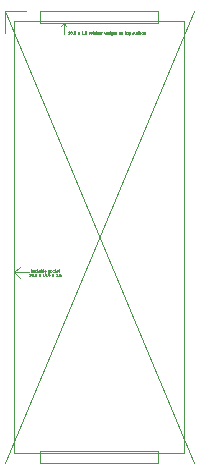
<source format=gbr>
G04 #@! TF.GenerationSoftware,KiCad,Pcbnew,5.1.4-e60b266~84~ubuntu19.04.1*
G04 #@! TF.CreationDate,2019-11-08T15:23:49-05:00*
G04 #@! TF.ProjectId,pcb2molex8878_chamfer,70636232-6d6f-46c6-9578-383837385f63,rev?*
G04 #@! TF.SameCoordinates,Original*
G04 #@! TF.FileFunction,Drawing*
%FSLAX46Y46*%
G04 Gerber Fmt 4.6, Leading zero omitted, Abs format (unit mm)*
G04 Created by KiCad (PCBNEW 5.1.4-e60b266~84~ubuntu19.04.1) date 2019-11-08 15:23:49*
%MOMM*%
%LPD*%
G04 APERTURE LIST*
%ADD10C,0.010000*%
G04 APERTURE END LIST*
D10*
X144218400Y-81087000D02*
X144418400Y-81287000D01*
X144018400Y-81287000D02*
X144218400Y-81087000D01*
X144218400Y-81087000D02*
X144018400Y-81287000D01*
X144218400Y-81087000D02*
X144218400Y-81987000D01*
X152218400Y-118287000D02*
X142218400Y-118287000D01*
X152218400Y-117287000D02*
X152218400Y-118287000D01*
X142218400Y-117287000D02*
X152218400Y-117287000D01*
X142218400Y-118287000D02*
X142218400Y-117287000D01*
X152218400Y-80087000D02*
X142218400Y-80087000D01*
X152218400Y-81087000D02*
X152218400Y-80087000D01*
X142218400Y-81087000D02*
X152218400Y-81087000D01*
X142218400Y-80087000D02*
X142218400Y-81087000D01*
X154418400Y-117487000D02*
X140018400Y-117487000D01*
X154418400Y-80887000D02*
X154418400Y-117487000D01*
X140018400Y-80887000D02*
X154418400Y-80887000D01*
X140018400Y-117487000D02*
X140018400Y-80887000D01*
X140018400Y-102187000D02*
X141268400Y-102187000D01*
X140018400Y-102187000D02*
X140518400Y-102687000D01*
X140018400Y-102187000D02*
X140518400Y-101687000D01*
X139218400Y-80087000D02*
X141018400Y-80087000D01*
X139218400Y-80087000D02*
X139218400Y-81887000D01*
X139218400Y-80087000D02*
X155218400Y-118287000D01*
X139218400Y-118287000D02*
X155218400Y-80087000D01*
X144694590Y-81977476D02*
X144580304Y-81977476D01*
X144637447Y-81977476D02*
X144637447Y-81777476D01*
X144618400Y-81806047D01*
X144599352Y-81825095D01*
X144580304Y-81834619D01*
X144818400Y-81777476D02*
X144837447Y-81777476D01*
X144856495Y-81787000D01*
X144866019Y-81796523D01*
X144875542Y-81815571D01*
X144885066Y-81853666D01*
X144885066Y-81901285D01*
X144875542Y-81939380D01*
X144866019Y-81958428D01*
X144856495Y-81967952D01*
X144837447Y-81977476D01*
X144818400Y-81977476D01*
X144799352Y-81967952D01*
X144789828Y-81958428D01*
X144780304Y-81939380D01*
X144770780Y-81901285D01*
X144770780Y-81853666D01*
X144780304Y-81815571D01*
X144789828Y-81796523D01*
X144799352Y-81787000D01*
X144818400Y-81777476D01*
X144970780Y-81958428D02*
X144980304Y-81967952D01*
X144970780Y-81977476D01*
X144961257Y-81967952D01*
X144970780Y-81958428D01*
X144970780Y-81977476D01*
X145104114Y-81777476D02*
X145123161Y-81777476D01*
X145142209Y-81787000D01*
X145151733Y-81796523D01*
X145161257Y-81815571D01*
X145170780Y-81853666D01*
X145170780Y-81901285D01*
X145161257Y-81939380D01*
X145151733Y-81958428D01*
X145142209Y-81967952D01*
X145123161Y-81977476D01*
X145104114Y-81977476D01*
X145085066Y-81967952D01*
X145075542Y-81958428D01*
X145066019Y-81939380D01*
X145056495Y-81901285D01*
X145056495Y-81853666D01*
X145066019Y-81815571D01*
X145075542Y-81796523D01*
X145085066Y-81787000D01*
X145104114Y-81777476D01*
X145389828Y-81977476D02*
X145494590Y-81844142D01*
X145389828Y-81844142D02*
X145494590Y-81977476D01*
X145827923Y-81977476D02*
X145713638Y-81977476D01*
X145770780Y-81977476D02*
X145770780Y-81777476D01*
X145751733Y-81806047D01*
X145732685Y-81825095D01*
X145713638Y-81834619D01*
X145913638Y-81958428D02*
X145923161Y-81967952D01*
X145913638Y-81977476D01*
X145904114Y-81967952D01*
X145913638Y-81958428D01*
X145913638Y-81977476D01*
X146046971Y-81777476D02*
X146066019Y-81777476D01*
X146085066Y-81787000D01*
X146094590Y-81796523D01*
X146104114Y-81815571D01*
X146113638Y-81853666D01*
X146113638Y-81901285D01*
X146104114Y-81939380D01*
X146094590Y-81958428D01*
X146085066Y-81967952D01*
X146066019Y-81977476D01*
X146046971Y-81977476D01*
X146027923Y-81967952D01*
X146018400Y-81958428D01*
X146008876Y-81939380D01*
X145999352Y-81901285D01*
X145999352Y-81853666D01*
X146008876Y-81815571D01*
X146018400Y-81796523D01*
X146027923Y-81787000D01*
X146046971Y-81777476D01*
X146351733Y-81977476D02*
X146351733Y-81844142D01*
X146351733Y-81882238D02*
X146361257Y-81863190D01*
X146370780Y-81853666D01*
X146389828Y-81844142D01*
X146408876Y-81844142D01*
X146551733Y-81967952D02*
X146532685Y-81977476D01*
X146494590Y-81977476D01*
X146475542Y-81967952D01*
X146466019Y-81948904D01*
X146466019Y-81872714D01*
X146475542Y-81853666D01*
X146494590Y-81844142D01*
X146532685Y-81844142D01*
X146551733Y-81853666D01*
X146561257Y-81872714D01*
X146561257Y-81891761D01*
X146466019Y-81910809D01*
X146618400Y-81844142D02*
X146694590Y-81844142D01*
X146646971Y-81777476D02*
X146646971Y-81948904D01*
X146656495Y-81967952D01*
X146675542Y-81977476D01*
X146694590Y-81977476D01*
X146846971Y-81977476D02*
X146846971Y-81872714D01*
X146837447Y-81853666D01*
X146818400Y-81844142D01*
X146780304Y-81844142D01*
X146761257Y-81853666D01*
X146846971Y-81967952D02*
X146827923Y-81977476D01*
X146780304Y-81977476D01*
X146761257Y-81967952D01*
X146751733Y-81948904D01*
X146751733Y-81929857D01*
X146761257Y-81910809D01*
X146780304Y-81901285D01*
X146827923Y-81901285D01*
X146846971Y-81891761D01*
X146942209Y-81977476D02*
X146942209Y-81844142D01*
X146942209Y-81777476D02*
X146932685Y-81787000D01*
X146942209Y-81796523D01*
X146951733Y-81787000D01*
X146942209Y-81777476D01*
X146942209Y-81796523D01*
X147037447Y-81844142D02*
X147037447Y-81977476D01*
X147037447Y-81863190D02*
X147046971Y-81853666D01*
X147066019Y-81844142D01*
X147094590Y-81844142D01*
X147113638Y-81853666D01*
X147123161Y-81872714D01*
X147123161Y-81977476D01*
X147294590Y-81967952D02*
X147275542Y-81977476D01*
X147237447Y-81977476D01*
X147218400Y-81967952D01*
X147208876Y-81948904D01*
X147208876Y-81872714D01*
X147218400Y-81853666D01*
X147237447Y-81844142D01*
X147275542Y-81844142D01*
X147294590Y-81853666D01*
X147304114Y-81872714D01*
X147304114Y-81891761D01*
X147208876Y-81910809D01*
X147389828Y-81977476D02*
X147389828Y-81844142D01*
X147389828Y-81882238D02*
X147399352Y-81863190D01*
X147408876Y-81853666D01*
X147427923Y-81844142D01*
X147446971Y-81844142D01*
X147646971Y-81844142D02*
X147685066Y-81977476D01*
X147723161Y-81882238D01*
X147761257Y-81977476D01*
X147799352Y-81844142D01*
X147951733Y-81967952D02*
X147932685Y-81977476D01*
X147894590Y-81977476D01*
X147875542Y-81967952D01*
X147866019Y-81948904D01*
X147866019Y-81872714D01*
X147875542Y-81853666D01*
X147894590Y-81844142D01*
X147932685Y-81844142D01*
X147951733Y-81853666D01*
X147961257Y-81872714D01*
X147961257Y-81891761D01*
X147866019Y-81910809D01*
X148132685Y-81977476D02*
X148132685Y-81777476D01*
X148132685Y-81967952D02*
X148113638Y-81977476D01*
X148075542Y-81977476D01*
X148056495Y-81967952D01*
X148046971Y-81958428D01*
X148037447Y-81939380D01*
X148037447Y-81882238D01*
X148046971Y-81863190D01*
X148056495Y-81853666D01*
X148075542Y-81844142D01*
X148113638Y-81844142D01*
X148132685Y-81853666D01*
X148313638Y-81844142D02*
X148313638Y-82006047D01*
X148304114Y-82025095D01*
X148294590Y-82034619D01*
X148275542Y-82044142D01*
X148246971Y-82044142D01*
X148227923Y-82034619D01*
X148313638Y-81967952D02*
X148294590Y-81977476D01*
X148256495Y-81977476D01*
X148237447Y-81967952D01*
X148227923Y-81958428D01*
X148218400Y-81939380D01*
X148218400Y-81882238D01*
X148227923Y-81863190D01*
X148237447Y-81853666D01*
X148256495Y-81844142D01*
X148294590Y-81844142D01*
X148313638Y-81853666D01*
X148485066Y-81967952D02*
X148466019Y-81977476D01*
X148427923Y-81977476D01*
X148408876Y-81967952D01*
X148399352Y-81948904D01*
X148399352Y-81872714D01*
X148408876Y-81853666D01*
X148427923Y-81844142D01*
X148466019Y-81844142D01*
X148485066Y-81853666D01*
X148494590Y-81872714D01*
X148494590Y-81891761D01*
X148399352Y-81910809D01*
X148570780Y-81967952D02*
X148589828Y-81977476D01*
X148627923Y-81977476D01*
X148646971Y-81967952D01*
X148656495Y-81948904D01*
X148656495Y-81939380D01*
X148646971Y-81920333D01*
X148627923Y-81910809D01*
X148599352Y-81910809D01*
X148580304Y-81901285D01*
X148570780Y-81882238D01*
X148570780Y-81872714D01*
X148580304Y-81853666D01*
X148599352Y-81844142D01*
X148627923Y-81844142D01*
X148646971Y-81853666D01*
X148923161Y-81977476D02*
X148904114Y-81967952D01*
X148894590Y-81958428D01*
X148885066Y-81939380D01*
X148885066Y-81882238D01*
X148894590Y-81863190D01*
X148904114Y-81853666D01*
X148923161Y-81844142D01*
X148951733Y-81844142D01*
X148970780Y-81853666D01*
X148980304Y-81863190D01*
X148989828Y-81882238D01*
X148989828Y-81939380D01*
X148980304Y-81958428D01*
X148970780Y-81967952D01*
X148951733Y-81977476D01*
X148923161Y-81977476D01*
X149075542Y-81844142D02*
X149075542Y-81977476D01*
X149075542Y-81863190D02*
X149085066Y-81853666D01*
X149104114Y-81844142D01*
X149132685Y-81844142D01*
X149151733Y-81853666D01*
X149161257Y-81872714D01*
X149161257Y-81977476D01*
X149380304Y-81844142D02*
X149456495Y-81844142D01*
X149408876Y-81777476D02*
X149408876Y-81948904D01*
X149418400Y-81967952D01*
X149437447Y-81977476D01*
X149456495Y-81977476D01*
X149551733Y-81977476D02*
X149532685Y-81967952D01*
X149523161Y-81958428D01*
X149513638Y-81939380D01*
X149513638Y-81882238D01*
X149523161Y-81863190D01*
X149532685Y-81853666D01*
X149551733Y-81844142D01*
X149580304Y-81844142D01*
X149599352Y-81853666D01*
X149608876Y-81863190D01*
X149618400Y-81882238D01*
X149618400Y-81939380D01*
X149608876Y-81958428D01*
X149599352Y-81967952D01*
X149580304Y-81977476D01*
X149551733Y-81977476D01*
X149704114Y-81844142D02*
X149704114Y-82044142D01*
X149704114Y-81853666D02*
X149723161Y-81844142D01*
X149761257Y-81844142D01*
X149780304Y-81853666D01*
X149789828Y-81863190D01*
X149799352Y-81882238D01*
X149799352Y-81939380D01*
X149789828Y-81958428D01*
X149780304Y-81967952D01*
X149761257Y-81977476D01*
X149723161Y-81977476D01*
X149704114Y-81967952D01*
X150027923Y-81967952D02*
X150046971Y-81977476D01*
X150085066Y-81977476D01*
X150104114Y-81967952D01*
X150113638Y-81948904D01*
X150113638Y-81939380D01*
X150104114Y-81920333D01*
X150085066Y-81910809D01*
X150056495Y-81910809D01*
X150037447Y-81901285D01*
X150027923Y-81882238D01*
X150027923Y-81872714D01*
X150037447Y-81853666D01*
X150056495Y-81844142D01*
X150085066Y-81844142D01*
X150104114Y-81853666D01*
X150285066Y-81844142D02*
X150285066Y-81977476D01*
X150199352Y-81844142D02*
X150199352Y-81948904D01*
X150208876Y-81967952D01*
X150227923Y-81977476D01*
X150256495Y-81977476D01*
X150275542Y-81967952D01*
X150285066Y-81958428D01*
X150380304Y-81977476D02*
X150380304Y-81844142D01*
X150380304Y-81882238D02*
X150389828Y-81863190D01*
X150399352Y-81853666D01*
X150418400Y-81844142D01*
X150437447Y-81844142D01*
X150475542Y-81844142D02*
X150551733Y-81844142D01*
X150504114Y-81977476D02*
X150504114Y-81806047D01*
X150513638Y-81787000D01*
X150532685Y-81777476D01*
X150551733Y-81777476D01*
X150704114Y-81977476D02*
X150704114Y-81872714D01*
X150694590Y-81853666D01*
X150675542Y-81844142D01*
X150637447Y-81844142D01*
X150618400Y-81853666D01*
X150704114Y-81967952D02*
X150685066Y-81977476D01*
X150637447Y-81977476D01*
X150618400Y-81967952D01*
X150608876Y-81948904D01*
X150608876Y-81929857D01*
X150618400Y-81910809D01*
X150637447Y-81901285D01*
X150685066Y-81901285D01*
X150704114Y-81891761D01*
X150885066Y-81967952D02*
X150866019Y-81977476D01*
X150827923Y-81977476D01*
X150808876Y-81967952D01*
X150799352Y-81958428D01*
X150789828Y-81939380D01*
X150789828Y-81882238D01*
X150799352Y-81863190D01*
X150808876Y-81853666D01*
X150827923Y-81844142D01*
X150866019Y-81844142D01*
X150885066Y-81853666D01*
X151046971Y-81967952D02*
X151027923Y-81977476D01*
X150989828Y-81977476D01*
X150970780Y-81967952D01*
X150961257Y-81948904D01*
X150961257Y-81872714D01*
X150970780Y-81853666D01*
X150989828Y-81844142D01*
X151027923Y-81844142D01*
X151046971Y-81853666D01*
X151056495Y-81872714D01*
X151056495Y-81891761D01*
X150961257Y-81910809D01*
X141446971Y-102127476D02*
X141446971Y-101927476D01*
X141446971Y-102003666D02*
X141466019Y-101994142D01*
X141504114Y-101994142D01*
X141523161Y-102003666D01*
X141532685Y-102013190D01*
X141542209Y-102032238D01*
X141542209Y-102089380D01*
X141532685Y-102108428D01*
X141523161Y-102117952D01*
X141504114Y-102127476D01*
X141466019Y-102127476D01*
X141446971Y-102117952D01*
X141713638Y-102127476D02*
X141713638Y-102022714D01*
X141704114Y-102003666D01*
X141685066Y-101994142D01*
X141646971Y-101994142D01*
X141627923Y-102003666D01*
X141713638Y-102117952D02*
X141694590Y-102127476D01*
X141646971Y-102127476D01*
X141627923Y-102117952D01*
X141618400Y-102098904D01*
X141618400Y-102079857D01*
X141627923Y-102060809D01*
X141646971Y-102051285D01*
X141694590Y-102051285D01*
X141713638Y-102041761D01*
X141894590Y-102117952D02*
X141875542Y-102127476D01*
X141837447Y-102127476D01*
X141818400Y-102117952D01*
X141808876Y-102108428D01*
X141799352Y-102089380D01*
X141799352Y-102032238D01*
X141808876Y-102013190D01*
X141818400Y-102003666D01*
X141837447Y-101994142D01*
X141875542Y-101994142D01*
X141894590Y-102003666D01*
X141980304Y-102127476D02*
X141980304Y-101927476D01*
X141999352Y-102051285D02*
X142056495Y-102127476D01*
X142056495Y-101994142D02*
X141980304Y-102070333D01*
X142132685Y-102117952D02*
X142151733Y-102127476D01*
X142189828Y-102127476D01*
X142208876Y-102117952D01*
X142218400Y-102098904D01*
X142218400Y-102089380D01*
X142208876Y-102070333D01*
X142189828Y-102060809D01*
X142161257Y-102060809D01*
X142142209Y-102051285D01*
X142132685Y-102032238D01*
X142132685Y-102022714D01*
X142142209Y-102003666D01*
X142161257Y-101994142D01*
X142189828Y-101994142D01*
X142208876Y-102003666D01*
X142304114Y-102127476D02*
X142304114Y-101994142D01*
X142304114Y-101927476D02*
X142294590Y-101937000D01*
X142304114Y-101946523D01*
X142313638Y-101937000D01*
X142304114Y-101927476D01*
X142304114Y-101946523D01*
X142485066Y-102127476D02*
X142485066Y-101927476D01*
X142485066Y-102117952D02*
X142466019Y-102127476D01*
X142427923Y-102127476D01*
X142408876Y-102117952D01*
X142399352Y-102108428D01*
X142389828Y-102089380D01*
X142389828Y-102032238D01*
X142399352Y-102013190D01*
X142408876Y-102003666D01*
X142427923Y-101994142D01*
X142466019Y-101994142D01*
X142485066Y-102003666D01*
X142656495Y-102117952D02*
X142637447Y-102127476D01*
X142599352Y-102127476D01*
X142580304Y-102117952D01*
X142570780Y-102098904D01*
X142570780Y-102022714D01*
X142580304Y-102003666D01*
X142599352Y-101994142D01*
X142637447Y-101994142D01*
X142656495Y-102003666D01*
X142666019Y-102022714D01*
X142666019Y-102041761D01*
X142570780Y-102060809D01*
X142904114Y-101994142D02*
X142904114Y-102194142D01*
X142904114Y-102003666D02*
X142923161Y-101994142D01*
X142961257Y-101994142D01*
X142980304Y-102003666D01*
X142989828Y-102013190D01*
X142999352Y-102032238D01*
X142999352Y-102089380D01*
X142989828Y-102108428D01*
X142980304Y-102117952D01*
X142961257Y-102127476D01*
X142923161Y-102127476D01*
X142904114Y-102117952D01*
X143113638Y-102127476D02*
X143094590Y-102117952D01*
X143085066Y-102108428D01*
X143075542Y-102089380D01*
X143075542Y-102032238D01*
X143085066Y-102013190D01*
X143094590Y-102003666D01*
X143113638Y-101994142D01*
X143142209Y-101994142D01*
X143161257Y-102003666D01*
X143170780Y-102013190D01*
X143180304Y-102032238D01*
X143180304Y-102089380D01*
X143170780Y-102108428D01*
X143161257Y-102117952D01*
X143142209Y-102127476D01*
X143113638Y-102127476D01*
X143351733Y-102117952D02*
X143332685Y-102127476D01*
X143294590Y-102127476D01*
X143275542Y-102117952D01*
X143266019Y-102108428D01*
X143256495Y-102089380D01*
X143256495Y-102032238D01*
X143266019Y-102013190D01*
X143275542Y-102003666D01*
X143294590Y-101994142D01*
X143332685Y-101994142D01*
X143351733Y-102003666D01*
X143437447Y-102127476D02*
X143437447Y-101927476D01*
X143456495Y-102051285D02*
X143513638Y-102127476D01*
X143513638Y-101994142D02*
X143437447Y-102070333D01*
X143675542Y-102117952D02*
X143656495Y-102127476D01*
X143618400Y-102127476D01*
X143599352Y-102117952D01*
X143589828Y-102098904D01*
X143589828Y-102022714D01*
X143599352Y-102003666D01*
X143618400Y-101994142D01*
X143656495Y-101994142D01*
X143675542Y-102003666D01*
X143685066Y-102022714D01*
X143685066Y-102041761D01*
X143589828Y-102060809D01*
X143742209Y-101994142D02*
X143818400Y-101994142D01*
X143770780Y-101927476D02*
X143770780Y-102098904D01*
X143780304Y-102117952D01*
X143799352Y-102127476D01*
X143818400Y-102127476D01*
X141275542Y-102277476D02*
X141399352Y-102277476D01*
X141332685Y-102353666D01*
X141361257Y-102353666D01*
X141380304Y-102363190D01*
X141389828Y-102372714D01*
X141399352Y-102391761D01*
X141399352Y-102439380D01*
X141389828Y-102458428D01*
X141380304Y-102467952D01*
X141361257Y-102477476D01*
X141304114Y-102477476D01*
X141285066Y-102467952D01*
X141275542Y-102458428D01*
X141570780Y-102277476D02*
X141532685Y-102277476D01*
X141513638Y-102287000D01*
X141504114Y-102296523D01*
X141485066Y-102325095D01*
X141475542Y-102363190D01*
X141475542Y-102439380D01*
X141485066Y-102458428D01*
X141494590Y-102467952D01*
X141513638Y-102477476D01*
X141551733Y-102477476D01*
X141570780Y-102467952D01*
X141580304Y-102458428D01*
X141589828Y-102439380D01*
X141589828Y-102391761D01*
X141580304Y-102372714D01*
X141570780Y-102363190D01*
X141551733Y-102353666D01*
X141513638Y-102353666D01*
X141494590Y-102363190D01*
X141485066Y-102372714D01*
X141475542Y-102391761D01*
X141675542Y-102458428D02*
X141685066Y-102467952D01*
X141675542Y-102477476D01*
X141666019Y-102467952D01*
X141675542Y-102458428D01*
X141675542Y-102477476D01*
X141856495Y-102277476D02*
X141818400Y-102277476D01*
X141799352Y-102287000D01*
X141789828Y-102296523D01*
X141770780Y-102325095D01*
X141761257Y-102363190D01*
X141761257Y-102439380D01*
X141770780Y-102458428D01*
X141780304Y-102467952D01*
X141799352Y-102477476D01*
X141837447Y-102477476D01*
X141856495Y-102467952D01*
X141866019Y-102458428D01*
X141875542Y-102439380D01*
X141875542Y-102391761D01*
X141866019Y-102372714D01*
X141856495Y-102363190D01*
X141837447Y-102353666D01*
X141799352Y-102353666D01*
X141780304Y-102363190D01*
X141770780Y-102372714D01*
X141761257Y-102391761D01*
X142094590Y-102477476D02*
X142199352Y-102344142D01*
X142094590Y-102344142D02*
X142199352Y-102477476D01*
X142532685Y-102477476D02*
X142418400Y-102477476D01*
X142475542Y-102477476D02*
X142475542Y-102277476D01*
X142456495Y-102306047D01*
X142437447Y-102325095D01*
X142418400Y-102334619D01*
X142704114Y-102344142D02*
X142704114Y-102477476D01*
X142656495Y-102267952D02*
X142608876Y-102410809D01*
X142732685Y-102410809D01*
X142808876Y-102458428D02*
X142818400Y-102467952D01*
X142808876Y-102477476D01*
X142799352Y-102467952D01*
X142808876Y-102458428D01*
X142808876Y-102477476D01*
X142989828Y-102344142D02*
X142989828Y-102477476D01*
X142942209Y-102267952D02*
X142894590Y-102410809D01*
X143018400Y-102410809D01*
X143227923Y-102477476D02*
X143332685Y-102344142D01*
X143227923Y-102344142D02*
X143332685Y-102477476D01*
X143666019Y-102477476D02*
X143551733Y-102477476D01*
X143608876Y-102477476D02*
X143608876Y-102277476D01*
X143589828Y-102306047D01*
X143570780Y-102325095D01*
X143551733Y-102334619D01*
X143751733Y-102458428D02*
X143761257Y-102467952D01*
X143751733Y-102477476D01*
X143742209Y-102467952D01*
X143751733Y-102458428D01*
X143751733Y-102477476D01*
X143932685Y-102277476D02*
X143894590Y-102277476D01*
X143875542Y-102287000D01*
X143866019Y-102296523D01*
X143846971Y-102325095D01*
X143837447Y-102363190D01*
X143837447Y-102439380D01*
X143846971Y-102458428D01*
X143856495Y-102467952D01*
X143875542Y-102477476D01*
X143913638Y-102477476D01*
X143932685Y-102467952D01*
X143942209Y-102458428D01*
X143951733Y-102439380D01*
X143951733Y-102391761D01*
X143942209Y-102372714D01*
X143932685Y-102363190D01*
X143913638Y-102353666D01*
X143875542Y-102353666D01*
X143856495Y-102363190D01*
X143846971Y-102372714D01*
X143837447Y-102391761D01*
M02*

</source>
